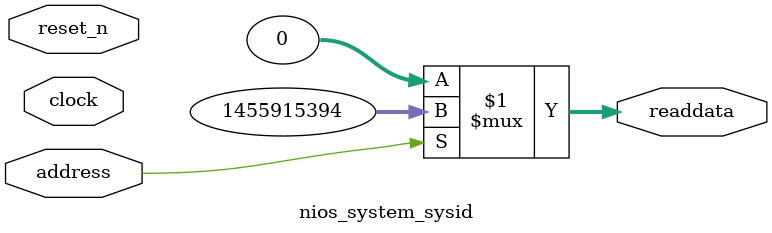
<source format=v>

`timescale 1ns / 1ps
// synthesis translate_on

// turn off superfluous verilog processor warnings 
// altera message_level Level1 
// altera message_off 10034 10035 10036 10037 10230 10240 10030 

module nios_system_sysid (
               // inputs:
                address,
                clock,
                reset_n,

               // outputs:
                readdata
             )
;

  output  [ 31: 0] readdata;
  input            address;
  input            clock;
  input            reset_n;

  wire    [ 31: 0] readdata;
  //control_slave, which is an e_avalon_slave
  assign readdata = address ? 1455915394 : 0;

endmodule




</source>
